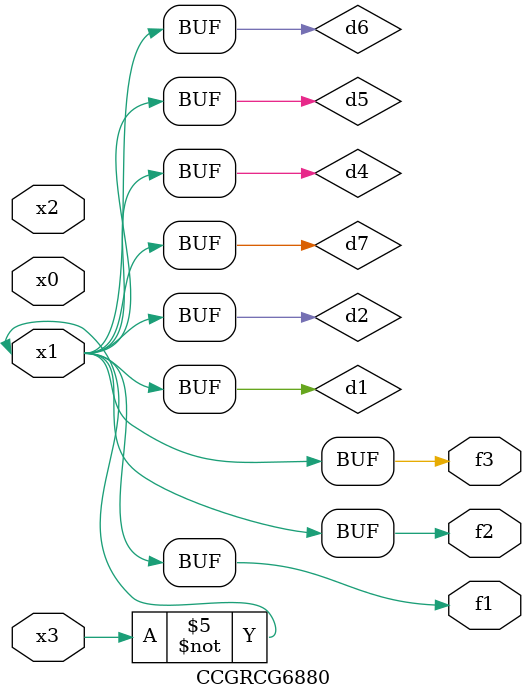
<source format=v>
module CCGRCG6880(
	input x0, x1, x2, x3,
	output f1, f2, f3
);

	wire d1, d2, d3, d4, d5, d6, d7;

	not (d1, x3);
	buf (d2, x1);
	xnor (d3, d1, d2);
	nor (d4, d1);
	buf (d5, d1, d2);
	buf (d6, d4, d5);
	nand (d7, d4);
	assign f1 = d6;
	assign f2 = d7;
	assign f3 = d6;
endmodule

</source>
